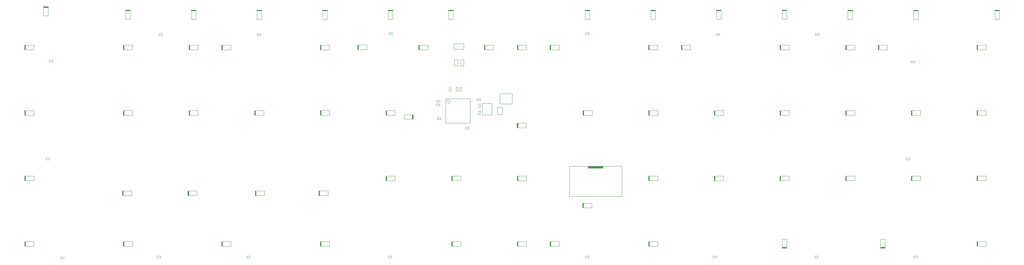
<source format=gbr>
%TF.GenerationSoftware,Altium Limited,Altium Designer,20.2.6 (244)*%
G04 Layer_Color=16711935*
%FSLAX45Y45*%
%MOMM*%
%TF.SameCoordinates,5881816B-C68B-4CD5-A74A-5D75E061FB32*%
%TF.FilePolarity,Positive*%
%TF.FileFunction,Other,3D*%
%TF.Part,Single*%
G01*
G75*
%TA.AperFunction,NonConductor*%
%ADD47C,0.10000*%
%ADD74R,0.36315X1.35000*%
%ADD75R,1.35000X0.36315*%
%ADD76R,4.50000X0.72500*%
D47*
X-1117500Y-2532500D02*
G03*
X-1117500Y-2532500I-50000J0D01*
G01*
X817500Y-4695000D02*
X1087500D01*
X817500Y-4830000D02*
X1087500D01*
Y-4695000D01*
X817500Y-4830000D02*
Y-4695000D01*
X-2190000Y-3042500D02*
Y-2907500D01*
X-2460000Y-3042500D02*
Y-2907500D01*
X-2190000D01*
X-2460000Y-3042500D02*
X-2190000D01*
X-2992500Y-2925000D02*
Y-2790000D01*
X-2722500Y-2925000D02*
Y-2790000D01*
X-2992500Y-2925000D02*
X-2722500D01*
X-2992500Y-2790000D02*
X-2722500D01*
X-1020000Y-1005000D02*
X-730000D01*
Y-845000D01*
X-1020000D02*
X-730000D01*
X-1020000Y-1005000D02*
Y-845000D01*
X-1032500Y-135000D02*
Y135000D01*
X-1167500Y-135000D02*
Y135000D01*
Y-135000D02*
X-1032500D01*
X-1167500Y135000D02*
X-1032500D01*
X2715000Y-5482500D02*
X2985000D01*
X2715000Y-5617500D02*
X2985000D01*
Y-5482500D01*
X2715000Y-5617500D02*
Y-5482500D01*
X2336000Y-5292500D02*
Y-4407500D01*
X3864000D01*
Y-5292500D02*
Y-4407500D01*
X2336000Y-5292500D02*
X3864000D01*
X-4935000Y-5132500D02*
X-4665000D01*
X-4935000Y-5267500D02*
X-4665000D01*
Y-5132500D01*
X-4935000Y-5267500D02*
Y-5132500D01*
X-6785000D02*
X-6515000D01*
X-6785000Y-5267500D02*
X-6515000D01*
Y-5132500D01*
X-6785000Y-5267500D02*
Y-5132500D01*
X-10635000D02*
X-10365000D01*
X-10635000Y-5267500D02*
X-10365000D01*
Y-5132500D01*
X-10635000Y-5267500D02*
Y-5132500D01*
X-8735000D02*
X-8465000D01*
X-8735000Y-5267500D02*
X-8465000D01*
Y-5132500D01*
X-8735000Y-5267500D02*
Y-5132500D01*
X-900000Y-2225000D02*
Y-2125000D01*
X-950000Y-2225000D02*
Y-2125000D01*
Y-2225000D02*
X-900000D01*
X-950000Y-2125000D02*
X-900000D01*
X-1087500Y-4830000D02*
Y-4695000D01*
X-817500Y-4830000D02*
Y-4695000D01*
X-1087500Y-4830000D02*
X-817500D01*
X-1087500Y-4695000D02*
X-817500D01*
X8437500Y-4830000D02*
Y-4695000D01*
X8707500Y-4830000D02*
Y-4695000D01*
X8437500Y-4830000D02*
X8707500D01*
X8437500Y-4695000D02*
X8707500D01*
X4627500Y-4830000D02*
Y-4695000D01*
X4897500Y-4830000D02*
Y-4695000D01*
X4627500Y-4830000D02*
X4897500D01*
X4627500Y-4695000D02*
X4897500D01*
X6532500Y-4830000D02*
Y-4695000D01*
X6802500Y-4830000D02*
Y-4695000D01*
X6532500Y-4830000D02*
X6802500D01*
X6532500Y-4695000D02*
X6802500D01*
X-6625000Y-600000D02*
Y-550000D01*
X-6725000Y-600000D02*
Y-550000D01*
X-6625000D01*
X-6725000Y-600000D02*
X-6625000D01*
X-6735000Y135000D02*
X-6600000D01*
X-6735000Y-135000D02*
X-6600000D01*
X-6735000D02*
Y135000D01*
X-6600000Y-135000D02*
Y135000D01*
X-3810000Y-1017500D02*
Y-882500D01*
X-3540000Y-1017500D02*
Y-882500D01*
X-3810000Y-1017500D02*
X-3540000D01*
X-3810000Y-882500D02*
X-3540000D01*
X-2800000Y-575000D02*
Y-525000D01*
X-2900000Y-575000D02*
Y-525000D01*
X-2800000D01*
X-2900000Y-575000D02*
X-2800000D01*
X-902500Y-1485000D02*
Y-1315000D01*
X-997500Y-1485000D02*
Y-1315000D01*
Y-1485000D02*
X-902500D01*
X-997500Y-1315000D02*
X-902500D01*
X-727500Y-1485000D02*
Y-1315000D01*
X-822500Y-1485000D02*
Y-1315000D01*
Y-1485000D02*
X-727500D01*
X-822500Y-1315000D02*
X-727500D01*
X2790000Y135000D02*
X2925000D01*
X2790000Y-135000D02*
X2925000D01*
X2790000D02*
Y135000D01*
X2925000Y-135000D02*
Y135000D01*
X6700000Y-600000D02*
Y-550000D01*
X6600000Y-600000D02*
Y-550000D01*
X6700000D01*
X6600000Y-600000D02*
X6700000D01*
X9575000D02*
Y-550000D01*
X9475000Y-600000D02*
Y-550000D01*
X9575000D01*
X9475000Y-600000D02*
X9575000D01*
X11362500Y-6802500D02*
X11497500D01*
X11362500Y-6532500D02*
X11497500D01*
Y-6802500D02*
Y-6532500D01*
X11362500Y-6802500D02*
Y-6532500D01*
X-350000Y-2500000D02*
X-250000D01*
X-350000Y-2450000D02*
X-250000D01*
X-350000Y-2500000D02*
Y-2450000D01*
X-250000Y-2500000D02*
Y-2450000D01*
X-185000Y-2920000D02*
Y-2580000D01*
Y-2920000D02*
X85000D01*
Y-2580000D01*
X-185000D02*
X85000D01*
X815000Y-3292500D02*
Y-3157500D01*
X1085000Y-3292500D02*
Y-3157500D01*
X815000Y-3292500D02*
X1085000D01*
X815000Y-3157500D02*
X1085000D01*
X255000Y-2907500D02*
X395000D01*
X255000Y-2692500D02*
X395000D01*
Y-2907500D02*
Y-2692500D01*
X255000Y-2907500D02*
Y-2692500D01*
X325000Y-2595000D02*
Y-2305000D01*
X675000D01*
Y-2595000D02*
Y-2305000D01*
X325000Y-2595000D02*
X675000D01*
X817500Y-1020000D02*
Y-885000D01*
X1087500Y-1020000D02*
Y-885000D01*
X817500Y-1020000D02*
X1087500D01*
X817500Y-885000D02*
X1087500D01*
X-135000Y-1020000D02*
Y-885000D01*
X135000Y-1020000D02*
Y-885000D01*
X-135000Y-1020000D02*
X135000D01*
X-135000Y-885000D02*
X135000D01*
X-800000Y-2225000D02*
Y-2125000D01*
X-850000Y-2225000D02*
Y-2125000D01*
Y-2225000D02*
X-800000D01*
X-850000Y-2125000D02*
X-800000D01*
X-1100000Y-2225000D02*
Y-2125000D01*
X-1150000Y-2225000D02*
Y-2125000D01*
Y-2225000D02*
X-1100000D01*
X-1150000Y-2125000D02*
X-1100000D01*
X-1525000Y-2500000D02*
X-1425000D01*
X-1525000Y-2550000D02*
X-1425000D01*
Y-2500000D01*
X-1525000Y-2550000D02*
Y-2500000D01*
Y-2600000D02*
X-1425000D01*
X-1525000Y-2650000D02*
X-1425000D01*
Y-2600000D01*
X-1525000Y-2650000D02*
Y-2600000D01*
X-542500Y-3157500D02*
Y-2442500D01*
X-1257500Y-3157500D02*
Y-2442500D01*
Y-3157500D02*
X-542500D01*
X-1257500Y-2442500D02*
X-542500D01*
X-675000Y-3325000D02*
X-575000D01*
X-675000Y-3275000D02*
X-575000D01*
X-675000Y-3325000D02*
Y-3275000D01*
X-575000Y-3325000D02*
Y-3275000D01*
X-1500000Y-3000000D02*
X-1400000D01*
X-1500000Y-3050000D02*
X-1400000D01*
Y-3000000D01*
X-1500000Y-3050000D02*
Y-3000000D01*
X14152499Y-6600000D02*
X14422501D01*
X14152499Y-6735000D02*
X14422501D01*
Y-6600000D01*
X14152499Y-6735000D02*
Y-6600000D01*
X-4897500Y-2925000D02*
Y-2790000D01*
X-4627500Y-2925000D02*
Y-2790000D01*
X-4897500Y-2925000D02*
X-4627500D01*
X-4897500Y-2790000D02*
X-4627500D01*
X-2925000Y135000D02*
X-2790000D01*
X-2925000Y-135000D02*
X-2790000D01*
X-2925000D02*
Y135000D01*
X-2790000Y-135000D02*
Y135000D01*
X-4830000D02*
X-4695000D01*
X-4830000Y-135000D02*
X-4695000D01*
X-4830000D02*
Y135000D01*
X-4695000Y-135000D02*
Y135000D01*
X-8640000D02*
X-8505000D01*
X-8640000Y-135000D02*
X-8505000D01*
X-8640000D02*
Y135000D01*
X-8505000Y-135000D02*
Y135000D01*
X-10545000D02*
X-10410000D01*
X-10545000Y-135000D02*
X-10410000D01*
X-10545000D02*
Y135000D01*
X-10410000Y-135000D02*
Y135000D01*
X-12917500Y235000D02*
X-12782500D01*
X-12917500Y-35000D02*
X-12782500D01*
X-12917500D02*
Y235000D01*
X-12782500Y-35000D02*
Y235000D01*
X-6802500Y-2925000D02*
Y-2790000D01*
X-6532500Y-2925000D02*
Y-2790000D01*
X-6802500Y-2925000D02*
X-6532500D01*
X-6802500Y-2790000D02*
X-6532500D01*
X10410000Y135000D02*
X10545000D01*
X10410000Y-135000D02*
X10545000D01*
X10410000D02*
Y135000D01*
X10545000Y-135000D02*
Y135000D01*
X8505000D02*
X8640000D01*
X8505000Y-135000D02*
X8640000D01*
X8505000D02*
Y135000D01*
X8640000Y-135000D02*
Y135000D01*
X6600000D02*
X6735000D01*
X6600000Y-135000D02*
X6735000D01*
X6600000D02*
Y135000D01*
X6735000Y-135000D02*
Y135000D01*
X4695000D02*
X4830000D01*
X4695000Y-135000D02*
X4830000D01*
X4695000D02*
Y135000D01*
X4830000Y-135000D02*
Y135000D01*
X-8707500Y-1020000D02*
Y-885000D01*
X-8437500Y-1020000D02*
Y-885000D01*
X-8707500Y-1020000D02*
X-8437500D01*
X-8707500Y-885000D02*
X-8437500D01*
X-10612500Y-1020000D02*
Y-885000D01*
X-10342500Y-1020000D02*
Y-885000D01*
X-10612500Y-1020000D02*
X-10342500D01*
X-10612500Y-885000D02*
X-10342500D01*
X-13470000Y-1020000D02*
Y-885000D01*
X-13200000Y-1020000D02*
Y-885000D01*
X-13470000Y-1020000D02*
X-13200000D01*
X-13470000Y-885000D02*
X-13200000D01*
X14682500Y135000D02*
X14817500D01*
X14682500Y-135000D02*
X14817500D01*
X14682500D02*
Y135000D01*
X14817500Y-135000D02*
Y135000D01*
X12315000D02*
X12450000D01*
X12315000Y-135000D02*
X12450000D01*
X12315000D02*
Y135000D01*
X12450000Y-135000D02*
Y135000D01*
X-2040000Y-1020000D02*
Y-885000D01*
X-1770000Y-1020000D02*
Y-885000D01*
X-2040000Y-1020000D02*
X-1770000D01*
X-2040000Y-885000D02*
X-1770000D01*
X-4897500Y-1020000D02*
Y-885000D01*
X-4627500Y-1020000D02*
Y-885000D01*
X-4897500Y-1020000D02*
X-4627500D01*
X-4897500Y-885000D02*
X-4627500D01*
X-7755000Y-1020000D02*
Y-885000D01*
X-7485000Y-1020000D02*
Y-885000D01*
X-7755000Y-1020000D02*
X-7485000D01*
X-7755000Y-885000D02*
X-7485000D01*
X10342500Y-1020000D02*
Y-885000D01*
X10612500Y-1020000D02*
Y-885000D01*
X10342500Y-1020000D02*
X10612500D01*
X10342500Y-885000D02*
X10612500D01*
X8437500D02*
X8707500D01*
X8437500Y-1020000D02*
X8707500D01*
Y-885000D01*
X8437500Y-1020000D02*
Y-885000D01*
X5580000Y-1020000D02*
Y-885000D01*
X5850000Y-1020000D02*
Y-885000D01*
X5580000Y-1020000D02*
X5850000D01*
X5580000Y-885000D02*
X5850000D01*
X4627500Y-1020000D02*
Y-885000D01*
X4897500Y-1020000D02*
Y-885000D01*
X4627500Y-1020000D02*
X4897500D01*
X4627500Y-885000D02*
X4897500D01*
X1770000Y-1020000D02*
Y-885000D01*
X2040000Y-1020000D02*
Y-885000D01*
X1770000Y-1020000D02*
X2040000D01*
X1770000Y-885000D02*
X2040000D01*
X-8707500Y-2925000D02*
Y-2790000D01*
X-8437500Y-2925000D02*
Y-2790000D01*
X-8707500Y-2925000D02*
X-8437500D01*
X-8707500Y-2790000D02*
X-8437500D01*
X-10612500Y-2925000D02*
Y-2790000D01*
X-10342500Y-2925000D02*
Y-2790000D01*
X-10612500Y-2925000D02*
X-10342500D01*
X-10612500Y-2790000D02*
X-10342500D01*
X-13470000Y-2925000D02*
Y-2790000D01*
X-13200000Y-2925000D02*
Y-2790000D01*
X-13470000Y-2925000D02*
X-13200000D01*
X-13470000Y-2790000D02*
X-13200000D01*
X14152499Y-1020000D02*
Y-885000D01*
X14422501Y-1020000D02*
Y-885000D01*
X14152499Y-1020000D02*
X14422501D01*
X14152499Y-885000D02*
X14422501D01*
X11295000Y-1020000D02*
Y-885000D01*
X11565000Y-1020000D02*
Y-885000D01*
X11295000Y-1020000D02*
X11565000D01*
X11295000Y-885000D02*
X11565000D01*
X8505000Y-6802500D02*
X8640000D01*
X8505000Y-6532500D02*
X8640000D01*
Y-6802500D02*
Y-6532500D01*
X8505000Y-6802500D02*
Y-6532500D01*
X4627500Y-6735000D02*
Y-6600000D01*
X4897500Y-6735000D02*
Y-6600000D01*
X4627500Y-6735000D02*
X4897500D01*
X4627500Y-6600000D02*
X4897500D01*
X1770000Y-6735000D02*
Y-6600000D01*
X2040000Y-6735000D02*
Y-6600000D01*
X1770000Y-6735000D02*
X2040000D01*
X1770000Y-6600000D02*
X2040000D01*
X817500Y-6735000D02*
Y-6600000D01*
X1087500Y-6735000D02*
Y-6600000D01*
X817500Y-6735000D02*
X1087500D01*
X817500Y-6600000D02*
X1087500D01*
X-1087500Y-6735000D02*
Y-6600000D01*
X-817500Y-6735000D02*
Y-6600000D01*
X-1087500Y-6735000D02*
X-817500D01*
X-1087500Y-6600000D02*
X-817500D01*
X-4897500Y-6735000D02*
Y-6600000D01*
X-4627500Y-6735000D02*
Y-6600000D01*
X-4897500Y-6735000D02*
X-4627500D01*
X-4897500Y-6600000D02*
X-4627500D01*
X-7755000D02*
X-7485000D01*
X-7755000Y-6735000D02*
X-7485000D01*
Y-6600000D01*
X-7755000Y-6735000D02*
Y-6600000D01*
X-10612500Y-6735000D02*
Y-6600000D01*
X-10342500Y-6735000D02*
Y-6600000D01*
X-10612500Y-6735000D02*
X-10342500D01*
X-10612500Y-6600000D02*
X-10342500D01*
X-13470000Y-6735000D02*
Y-6600000D01*
X-13200000Y-6735000D02*
Y-6600000D01*
X-13470000Y-6735000D02*
X-13200000D01*
X-13470000Y-6600000D02*
X-13200000D01*
X14152499Y-4830000D02*
Y-4695000D01*
X14422501Y-4830000D02*
Y-4695000D01*
X14152499Y-4830000D02*
X14422501D01*
X14152499Y-4695000D02*
X14422501D01*
X12247500Y-4830000D02*
Y-4695000D01*
X12517500Y-4830000D02*
Y-4695000D01*
X12247500Y-4830000D02*
X12517500D01*
X12247500Y-4695000D02*
X12517500D01*
X10342500Y-4830000D02*
Y-4695000D01*
X10612500Y-4830000D02*
Y-4695000D01*
X10342500Y-4830000D02*
X10612500D01*
X10342500Y-4695000D02*
X10612500D01*
X-2992500Y-4830000D02*
Y-4695000D01*
X-2722500Y-4830000D02*
Y-4695000D01*
X-2992500Y-4830000D02*
X-2722500D01*
X-2992500Y-4695000D02*
X-2722500D01*
X-13470000Y-4830000D02*
Y-4695000D01*
X-13200000Y-4830000D02*
Y-4695000D01*
X-13470000Y-4830000D02*
X-13200000D01*
X-13470000Y-4695000D02*
X-13200000D01*
X14152499Y-2925000D02*
Y-2790000D01*
X14422501Y-2925000D02*
Y-2790000D01*
X14152499Y-2925000D02*
X14422501D01*
X14152499Y-2790000D02*
X14422501D01*
X12247500Y-2925000D02*
Y-2790000D01*
X12517500Y-2925000D02*
Y-2790000D01*
X12247500Y-2925000D02*
X12517500D01*
X12247500Y-2790000D02*
X12517500D01*
X10342500Y-2925000D02*
Y-2790000D01*
X10612500Y-2925000D02*
Y-2790000D01*
X10342500Y-2925000D02*
X10612500D01*
X10342500Y-2790000D02*
X10612500D01*
X8437500Y-2925000D02*
Y-2790000D01*
X8707500Y-2925000D02*
Y-2790000D01*
X8437500Y-2925000D02*
X8707500D01*
X8437500Y-2790000D02*
X8707500D01*
X6532500Y-2925000D02*
Y-2790000D01*
X6802500Y-2925000D02*
Y-2790000D01*
X6532500Y-2925000D02*
X6802500D01*
X6532500Y-2790000D02*
X6802500D01*
X4627500Y-2925000D02*
Y-2790000D01*
X4897500Y-2925000D02*
Y-2790000D01*
X4627500Y-2925000D02*
X4897500D01*
X4627500Y-2790000D02*
X4897500D01*
X2722500Y-2925000D02*
Y-2790000D01*
X2992500Y-2925000D02*
Y-2790000D01*
X2722500Y-2925000D02*
X2992500D01*
X2722500Y-2790000D02*
X2992500D01*
X-9525000Y-7075000D02*
Y-7025000D01*
X-9625000Y-7075000D02*
Y-7025000D01*
X-9525000D01*
X-9625000Y-7075000D02*
X-9525000D01*
X-300000Y-2600000D02*
X-250000D01*
X-300000Y-2700000D02*
X-250000D01*
X-300000D02*
Y-2600000D01*
X-250000Y-2700000D02*
Y-2600000D01*
X-300000Y-2900000D02*
Y-2800000D01*
X-250000Y-2900000D02*
Y-2800000D01*
X-300000D02*
X-250000D01*
X-300000Y-2900000D02*
X-250000D01*
X2800000Y-575000D02*
X2900000D01*
X2800000Y-525000D02*
X2900000D01*
X2800000Y-575000D02*
Y-525000D01*
X2900000Y-575000D02*
Y-525000D01*
X12250000Y-1400000D02*
X12350000D01*
X12250000Y-1350000D02*
X12350000D01*
X12250000Y-1400000D02*
Y-1350000D01*
X12350000Y-1400000D02*
Y-1350000D01*
X12100000Y-4225000D02*
X12200000D01*
X12100000Y-4175000D02*
X12200000D01*
X12100000Y-4225000D02*
Y-4175000D01*
X12200000Y-4225000D02*
Y-4175000D01*
X12325000Y-7075000D02*
X12425000D01*
X12325000Y-7025000D02*
X12425000D01*
X12325000Y-7075000D02*
Y-7025000D01*
X12425000Y-7075000D02*
Y-7025000D01*
X9450000Y-7075000D02*
X9550000D01*
X9450000Y-7025000D02*
X9550000D01*
X9450000Y-7075000D02*
Y-7025000D01*
X9550000Y-7075000D02*
Y-7025000D01*
X2800000Y-7075000D02*
X2900000D01*
X2800000Y-7025000D02*
X2900000D01*
X2800000Y-7075000D02*
Y-7025000D01*
X2900000Y-7075000D02*
Y-7025000D01*
X-2925000Y-7075000D02*
X-2825000D01*
X-2925000Y-7025000D02*
X-2825000D01*
X-2925000Y-7075000D02*
Y-7025000D01*
X-2825000Y-7075000D02*
Y-7025000D01*
X6500000Y-7075000D02*
X6600000D01*
X6500000Y-7025000D02*
X6600000D01*
X6500000Y-7075000D02*
Y-7025000D01*
X6600000Y-7075000D02*
Y-7025000D01*
X-7025000Y-7075000D02*
X-6925000D01*
X-7025000Y-7025000D02*
X-6925000D01*
X-7025000Y-7075000D02*
Y-7025000D01*
X-6925000Y-7075000D02*
Y-7025000D01*
X-12425000Y-7100000D02*
X-12325000D01*
X-12425000Y-7050000D02*
X-12325000D01*
X-12425000Y-7100000D02*
Y-7050000D01*
X-12325000Y-7100000D02*
Y-7050000D01*
X-9575000Y-600000D02*
X-9475000D01*
X-9575000Y-550000D02*
X-9475000D01*
X-9575000Y-600000D02*
Y-550000D01*
X-9475000Y-600000D02*
Y-550000D01*
X-12750000Y-1375000D02*
X-12650000D01*
X-12750000Y-1325000D02*
X-12650000D01*
X-12750000Y-1375000D02*
Y-1325000D01*
X-12650000Y-1375000D02*
Y-1325000D01*
X-12850000Y-4225000D02*
X-12750000D01*
X-12850000Y-4175000D02*
X-12750000D01*
X-12850000Y-4225000D02*
Y-4175000D01*
X-12750000Y-4225000D02*
Y-4175000D01*
D74*
X835657Y-4762500D02*
D03*
X-2208157Y-2975000D02*
D03*
X-2974343Y-2857500D02*
D03*
X2733157Y-5550000D02*
D03*
X-4916842Y-5200000D02*
D03*
X-6766842D02*
D03*
X-10616843D02*
D03*
X-8716842D02*
D03*
X-1069343Y-4762500D02*
D03*
X8455658D02*
D03*
X4645658D02*
D03*
X6550658D02*
D03*
X-3791843Y-950000D02*
D03*
X833158Y-3225000D02*
D03*
X835657Y-952500D02*
D03*
X-116842D02*
D03*
X14170657Y-6667500D02*
D03*
X-4879343Y-2857500D02*
D03*
X-6784342D02*
D03*
X-8689342Y-952501D02*
D03*
X-10594342D02*
D03*
X-13451842D02*
D03*
X-2021843Y-952500D02*
D03*
X-4879343D02*
D03*
X-7736843D02*
D03*
X10360657D02*
D03*
X8455657D02*
D03*
X5598158Y-952501D02*
D03*
X4645658D02*
D03*
X1788158D02*
D03*
X-8689342Y-2857500D02*
D03*
X-10594342D02*
D03*
X-13451842D02*
D03*
X14170657Y-952500D02*
D03*
X11313157D02*
D03*
X4645658Y-6667500D02*
D03*
X1788158D02*
D03*
X835657D02*
D03*
X-1069343D02*
D03*
X-4879343D02*
D03*
X-7736842D02*
D03*
X-10594342D02*
D03*
X-13451842D02*
D03*
X14170657Y-4762500D02*
D03*
X12265657D02*
D03*
X10360657D02*
D03*
X-2974343D02*
D03*
X-13451843D02*
D03*
X14170657Y-2857501D02*
D03*
X12265657Y-2857500D02*
D03*
X10360657D02*
D03*
X8455657D02*
D03*
X6550657D02*
D03*
X4645658D02*
D03*
X2740658D02*
D03*
D75*
X-1100000Y116842D02*
D03*
X-6667501Y116842D02*
D03*
X2857500Y116843D02*
D03*
X11430000Y-6784343D02*
D03*
X-2857500Y116843D02*
D03*
X-4762501Y116842D02*
D03*
X-8572500Y116843D02*
D03*
X-10477501Y116842D02*
D03*
X-12850000Y216842D02*
D03*
X10477501Y116842D02*
D03*
X8572500Y116843D02*
D03*
X6667500D02*
D03*
X4762500D02*
D03*
X14750000D02*
D03*
X12382500D02*
D03*
X8572500Y-6784342D02*
D03*
D76*
X3100000Y-4443750D02*
D03*
%TF.MD5,69816f9016e80cd725d1a22dcc55b782*%
M02*

</source>
